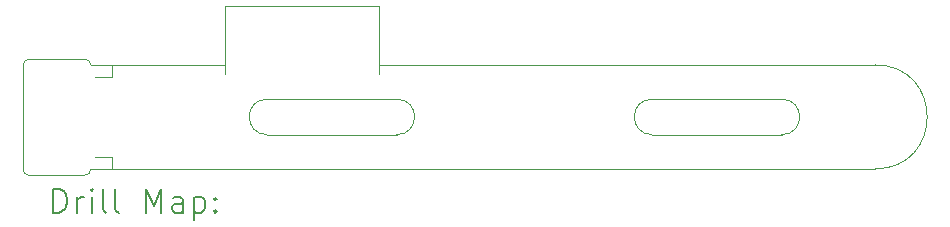
<source format=gbr>
%TF.GenerationSoftware,KiCad,Pcbnew,9.0.1*%
%TF.CreationDate,2025-10-31T22:00:17-04:00*%
%TF.ProjectId,flex_usb_board,666c6578-5f75-4736-925f-626f6172642e,rev?*%
%TF.SameCoordinates,Original*%
%TF.FileFunction,Drillmap*%
%TF.FilePolarity,Positive*%
%FSLAX45Y45*%
G04 Gerber Fmt 4.5, Leading zero omitted, Abs format (unit mm)*
G04 Created by KiCad (PCBNEW 9.0.1) date 2025-10-31 22:00:17*
%MOMM*%
%LPD*%
G01*
G04 APERTURE LIST*
%ADD10C,0.050000*%
%ADD11C,0.200000*%
G04 APERTURE END LIST*
D10*
X14175000Y-9680000D02*
X17175000Y-9680000D01*
X10715000Y-9680000D02*
X11670000Y-9680000D01*
X15285000Y-9970000D02*
X16385000Y-9970000D01*
X12970000Y-9680000D02*
X14175000Y-9680000D01*
X17175000Y-10560000D02*
X14175000Y-10560000D01*
X10555000Y-9680000D02*
X10715000Y-9680000D01*
X16385000Y-9970000D02*
G75*
G02*
X16385000Y-10270000I0J-150000D01*
G01*
X10060000Y-10615000D02*
X10480000Y-10615000D01*
X10013891Y-10616109D02*
G75*
G02*
X9958891Y-10561109I-1J54999D01*
G01*
X9960000Y-9685000D02*
G75*
G02*
X10015000Y-9630000I55000J0D01*
G01*
X10715000Y-10460000D02*
X10565000Y-10460000D01*
X13125000Y-9970000D02*
X12025000Y-9970000D01*
X10535000Y-10560000D02*
G75*
G02*
X10480000Y-10615000I-55000J0D01*
G01*
X9958891Y-10561109D02*
X9960000Y-9685000D01*
X12025000Y-10270000D02*
G75*
G02*
X12025000Y-9970000I0J150000D01*
G01*
X11820000Y-9180000D02*
X11670000Y-9180000D01*
X12970000Y-9680000D02*
X12970000Y-9760000D01*
X10715000Y-9780000D02*
X10565000Y-9780000D01*
X13125000Y-10270000D02*
X12025000Y-10270000D01*
X15285000Y-10270000D02*
X16385000Y-10270000D01*
X12970000Y-9180000D02*
X12970000Y-9680000D01*
X17175000Y-9680000D02*
G75*
G02*
X17175000Y-10560000I0J-440000D01*
G01*
X14175000Y-10560000D02*
X10535000Y-10560000D01*
X10715000Y-10560000D02*
X10715000Y-10460000D01*
X12970000Y-9180000D02*
X12820000Y-9180000D01*
X11670000Y-9180000D02*
X11670000Y-9680000D01*
X15285000Y-10270000D02*
G75*
G02*
X15285000Y-9970000I0J150000D01*
G01*
X13125000Y-9970000D02*
G75*
G02*
X13125000Y-10270000I0J-150000D01*
G01*
X11670000Y-9680000D02*
X11670000Y-9760000D01*
X10481109Y-9629773D02*
G75*
G02*
X10536110Y-9680000I1J-55227D01*
G01*
X10555000Y-9680000D02*
X10535000Y-9680000D01*
X10015000Y-9630000D02*
X10481110Y-9629773D01*
X10715000Y-9680000D02*
X10715000Y-9780000D01*
X10013891Y-10616109D02*
X10060000Y-10615000D01*
X11820000Y-9180000D02*
X12820000Y-9180000D01*
D11*
X10217168Y-10930093D02*
X10217168Y-10730093D01*
X10217168Y-10730093D02*
X10264787Y-10730093D01*
X10264787Y-10730093D02*
X10293358Y-10739617D01*
X10293358Y-10739617D02*
X10312406Y-10758664D01*
X10312406Y-10758664D02*
X10321930Y-10777712D01*
X10321930Y-10777712D02*
X10331453Y-10815807D01*
X10331453Y-10815807D02*
X10331453Y-10844379D01*
X10331453Y-10844379D02*
X10321930Y-10882474D01*
X10321930Y-10882474D02*
X10312406Y-10901521D01*
X10312406Y-10901521D02*
X10293358Y-10920569D01*
X10293358Y-10920569D02*
X10264787Y-10930093D01*
X10264787Y-10930093D02*
X10217168Y-10930093D01*
X10417168Y-10930093D02*
X10417168Y-10796760D01*
X10417168Y-10834855D02*
X10426692Y-10815807D01*
X10426692Y-10815807D02*
X10436215Y-10806283D01*
X10436215Y-10806283D02*
X10455263Y-10796760D01*
X10455263Y-10796760D02*
X10474311Y-10796760D01*
X10540977Y-10930093D02*
X10540977Y-10796760D01*
X10540977Y-10730093D02*
X10531453Y-10739617D01*
X10531453Y-10739617D02*
X10540977Y-10749141D01*
X10540977Y-10749141D02*
X10550501Y-10739617D01*
X10550501Y-10739617D02*
X10540977Y-10730093D01*
X10540977Y-10730093D02*
X10540977Y-10749141D01*
X10664787Y-10930093D02*
X10645739Y-10920569D01*
X10645739Y-10920569D02*
X10636215Y-10901521D01*
X10636215Y-10901521D02*
X10636215Y-10730093D01*
X10769549Y-10930093D02*
X10750501Y-10920569D01*
X10750501Y-10920569D02*
X10740977Y-10901521D01*
X10740977Y-10901521D02*
X10740977Y-10730093D01*
X10998120Y-10930093D02*
X10998120Y-10730093D01*
X10998120Y-10730093D02*
X11064787Y-10872950D01*
X11064787Y-10872950D02*
X11131453Y-10730093D01*
X11131453Y-10730093D02*
X11131453Y-10930093D01*
X11312406Y-10930093D02*
X11312406Y-10825331D01*
X11312406Y-10825331D02*
X11302882Y-10806283D01*
X11302882Y-10806283D02*
X11283834Y-10796760D01*
X11283834Y-10796760D02*
X11245739Y-10796760D01*
X11245739Y-10796760D02*
X11226691Y-10806283D01*
X11312406Y-10920569D02*
X11293358Y-10930093D01*
X11293358Y-10930093D02*
X11245739Y-10930093D01*
X11245739Y-10930093D02*
X11226691Y-10920569D01*
X11226691Y-10920569D02*
X11217168Y-10901521D01*
X11217168Y-10901521D02*
X11217168Y-10882474D01*
X11217168Y-10882474D02*
X11226691Y-10863426D01*
X11226691Y-10863426D02*
X11245739Y-10853902D01*
X11245739Y-10853902D02*
X11293358Y-10853902D01*
X11293358Y-10853902D02*
X11312406Y-10844379D01*
X11407644Y-10796760D02*
X11407644Y-10996760D01*
X11407644Y-10806283D02*
X11426691Y-10796760D01*
X11426691Y-10796760D02*
X11464787Y-10796760D01*
X11464787Y-10796760D02*
X11483834Y-10806283D01*
X11483834Y-10806283D02*
X11493358Y-10815807D01*
X11493358Y-10815807D02*
X11502882Y-10834855D01*
X11502882Y-10834855D02*
X11502882Y-10891998D01*
X11502882Y-10891998D02*
X11493358Y-10911045D01*
X11493358Y-10911045D02*
X11483834Y-10920569D01*
X11483834Y-10920569D02*
X11464787Y-10930093D01*
X11464787Y-10930093D02*
X11426691Y-10930093D01*
X11426691Y-10930093D02*
X11407644Y-10920569D01*
X11588596Y-10911045D02*
X11598120Y-10920569D01*
X11598120Y-10920569D02*
X11588596Y-10930093D01*
X11588596Y-10930093D02*
X11579072Y-10920569D01*
X11579072Y-10920569D02*
X11588596Y-10911045D01*
X11588596Y-10911045D02*
X11588596Y-10930093D01*
X11588596Y-10806283D02*
X11598120Y-10815807D01*
X11598120Y-10815807D02*
X11588596Y-10825331D01*
X11588596Y-10825331D02*
X11579072Y-10815807D01*
X11579072Y-10815807D02*
X11588596Y-10806283D01*
X11588596Y-10806283D02*
X11588596Y-10825331D01*
M02*

</source>
